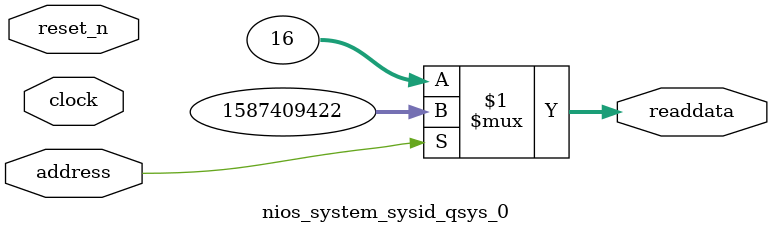
<source format=v>



// synthesis translate_off
`timescale 1ns / 1ps
// synthesis translate_on

// turn off superfluous verilog processor warnings 
// altera message_level Level1 
// altera message_off 10034 10035 10036 10037 10230 10240 10030 

module nios_system_sysid_qsys_0 (
               // inputs:
                address,
                clock,
                reset_n,

               // outputs:
                readdata
             )
;

  output  [ 31: 0] readdata;
  input            address;
  input            clock;
  input            reset_n;

  wire    [ 31: 0] readdata;
  //control_slave, which is an e_avalon_slave
  assign readdata = address ? 1587409422 : 16;

endmodule



</source>
